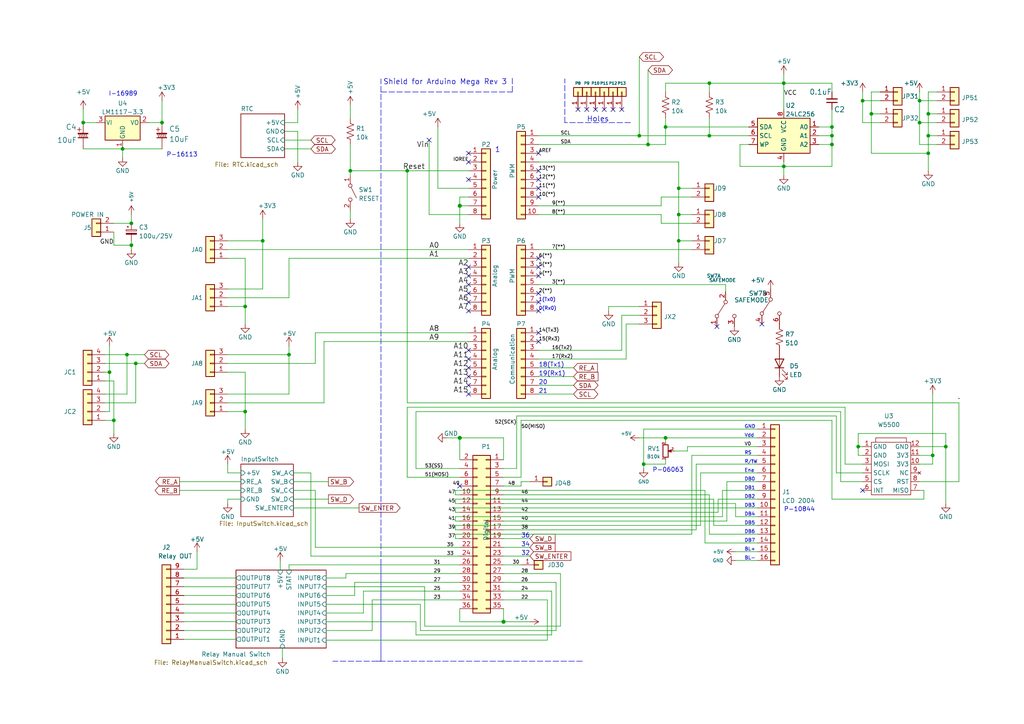
<source format=kicad_sch>
(kicad_sch (version 20230121) (generator eeschema)
  (paper "A4")
  (title_block (title "M304B UECS Controller shield for Arduino MEGA BABY SIZE") (date "2024-02-14") (rev "0.01") (company "AMPSD Kyushu Univ. YS-Lab"))
  (junction (at 270.51 132.08))
  (junction (at 38.1 71.12))
  (junction (at 274.32 129.54))
  (junction (at 269.24 44.45))
  (junction (at 133.35 59.69) (diameter 1.016))
  (junction (at 252.73 33.02))
  (junction (at 24.13 35.56))
  (junction (at 146.05 180.34) (diameter 1.016))
  (junction (at 248.92 129.54))
  (junction (at 269.24 39.37))
  (junction (at 118.11 49.53))
  (junction (at 193.04 36.83))
  (junction (at 39.37 105.41))
  (junction (at 83.82 102.87))
  (junction (at 266.7 35.56))
  (junction (at 35.56 43.18))
  (junction (at 227.33 48.26))
  (junction (at 186.69 134.62))
  (junction (at 33.02 121.92))
  (junction (at 101.6 49.53))
  (junction (at 46.99 35.56))
  (junction (at 241.3 39.37))
  (junction (at 205.74 24.13))
  (junction (at 38.1 64.77))
  (junction (at 31.75 107.95))
  (junction (at 187.96 41.91))
  (junction (at 76.2 69.85))
  (junction (at 36.83 102.87))
  (junction (at 266.7 29.21))
  (junction (at 250.19 29.21))
  (junction (at 185.42 39.37))
  (junction (at 71.12 88.9))
  (junction (at 71.12 119.38))
  (junction (at 196.85 54.61))
  (junction (at 133.35 127) (diameter 1.016))
  (junction (at 227.33 24.13))
  (junction (at 241.3 41.91))
  (junction (at 241.3 36.83))
  (junction (at 196.85 62.23))
  (junction (at 193.04 127))
  (junction (at 269.24 33.02))
  (junction (at 196.85 69.85))
  (junction (at 205.74 39.37))
  (no_connect (at 156.21 85.09))
  (no_connect (at 156.21 99.06))
  (no_connect (at 135.89 87.63))
  (no_connect (at 156.21 74.93))
  (no_connect (at 156.21 96.52))
  (no_connect (at 133.35 140.97))
  (no_connect (at 135.89 106.68))
  (no_connect (at 220.98 93.98))
  (no_connect (at 135.89 111.76))
  (no_connect (at 167.64 31.75))
  (no_connect (at 135.89 85.09))
  (no_connect (at 135.89 52.07))
  (no_connect (at 207.9204 94.7223))
  (no_connect (at 135.89 109.22))
  (no_connect (at 135.89 82.55))
  (no_connect (at 156.21 52.07))
  (no_connect (at 170.18 31.75))
  (no_connect (at 180.34 31.75))
  (no_connect (at 156.21 49.53))
  (no_connect (at 156.21 44.45))
  (no_connect (at 175.26 31.75))
  (no_connect (at 124.46 40.64))
  (no_connect (at 250.19 142.24))
  (no_connect (at 135.89 101.6))
  (no_connect (at 177.8 31.75))
  (no_connect (at 135.89 80.01))
  (no_connect (at 156.21 80.01))
  (no_connect (at 135.89 44.45))
  (no_connect (at 156.21 90.17))
  (no_connect (at 156.21 87.63))
  (no_connect (at 156.21 57.15))
  (no_connect (at 135.89 46.99))
  (no_connect (at 135.89 114.3))
  (no_connect (at 135.89 77.47))
  (no_connect (at 156.21 77.47))
  (no_connect (at 172.72 31.75))
  (no_connect (at 156.21 54.61))
  (no_connect (at 135.89 90.17))
  (no_connect (at 135.89 104.14))
  (wire (pts (xy 57.15 165.1) (xy 53.34 165.1)))
  (wire (pts (xy 205.74 39.37) (xy 217.17 39.37)))
  (wire (pts (xy 213.36 162.56) (xy 219.71 162.56)))
  (wire (pts (xy 267.97 142.24) (xy 266.7 142.24)))
  (wire (pts (xy 196.85 54.61) (xy 200.66 54.61)))
  (wire (pts (xy 68.453 182.8832) (xy 53.34 182.8832)))
  (wire (pts (xy 151.13 138.43) (xy 146.05 138.43)))
  (wire (pts (xy 241.3 24.13) (xy 241.3 26.67)))
  (wire (pts (xy 132.08 147.32) (xy 219.71 147.32)))
  (wire (pts (xy 219.71 127) (xy 193.04 127)))
  (wire (pts (xy 176.53 88.9) (xy 176.53 90.17)))
  (wire (pts (xy 133.35 161.29) (xy 90.17 161.29)))
  (wire (pts (xy 187.96 20.32) (xy 187.96 41.91)))
  (wire (pts (xy 146.05 151.13) (xy 210.82 151.13)))
  (wire (pts (xy 30.48 102.87) (xy 36.83 102.87)))
  (wire (pts (xy 149.86 120.65) (xy 149.86 135.89)))
  (wire (pts (xy 33.02 64.77) (xy 38.1 64.77)))
  (wire (pts (xy 66.04 102.87) (xy 83.82 102.87)))
  (wire (pts (xy 146.05 180.34) (xy 133.35 180.34)))
  (wire (pts (xy 133.35 151.13) (xy 132.08 151.13)))
  (wire (pts (xy 248.92 129.54) (xy 248.92 125.73)))
  (wire (pts (xy 38.1 62.23) (xy 38.1 64.77)))
  (wire (pts (xy 270.51 114.3) (xy 270.51 132.08)))
  (wire (pts (xy 193.04 26.67) (xy 193.04 24.13)))
  (wire (pts (xy 269.24 44.45) (xy 252.73 44.45)))
  (wire (pts (xy 146.05 133.35) (xy 146.05 127)))
  (wire (pts (xy 120.65 180.34) (xy 94.615 180.34)))
  (wire (pts (xy 30.48 116.84) (xy 39.37 116.84)))
  (wire (pts (xy 94.615 177.8) (xy 105.41 177.8)))
  (wire (pts (xy 81.28 165.354) (xy 81.28 162.7632)))
  (wire (pts (xy 133.35 57.15) (xy 133.35 59.69)))
  (wire (pts (xy 241.3 31.75) (xy 241.3 36.83)))
  (wire (pts (xy 203.2 152.4) (xy 203.2 137.16)))
  (wire (pts (xy 101.6 41.91) (xy 101.6 49.53)))
  (wire (pts (xy 151.13 121.92) (xy 151.13 138.43)))
  (wire (pts (xy 180.34 91.44) (xy 185.42 91.44)))
  (wire (pts (xy 53.467 180.3017) (xy 53.34 180.34)))
  (wire (pts (xy 53.34 182.8832) (xy 53.34 182.88)))
  (wire (pts (xy 132.08 144.78) (xy 207.01 144.78)))
  (wire (pts (xy 132.08 146.05) (xy 132.08 144.78)))
  (wire (pts (xy 53.34 175.26) (xy 68.453 175.26)))
  (wire (pts (xy 266.7 41.91) (xy 271.78 41.91)))
  (wire (pts (xy 193.04 133.35) (xy 193.04 134.62)))
  (wire (pts (xy 86.36 31.75) (xy 86.36 35.56)))
  (wire (pts (xy 151.13 121.92) (xy 241.3 121.92)))
  (wire (pts (xy 193.04 24.13) (xy 205.74 24.13)))
  (wire (pts (xy 213.36 160.02) (xy 219.71 160.02)))
  (wire (pts (xy 227.33 21.59) (xy 227.33 24.13)))
  (wire (pts (xy 133.35 59.69) (xy 133.35 64.77)))
  (polyline (pts (xy 110.49 163.83) (xy 110.49 191.77)))
  (wire (pts (xy 161.29 182.88) (xy 161.29 168.91)))
  (wire (pts (xy 53.34 185.42) (xy 68.453 185.42)))
  (wire (pts (xy 71.12 119.38) (xy 71.12 124.46)))
  (wire (pts (xy 38.1 71.12) (xy 38.1 69.85)))
  (wire (pts (xy 90.17 137.16) (xy 85.09 137.16)))
  (wire (pts (xy 205.74 143.51) (xy 205.74 154.94)))
  (wire (pts (xy 252.73 33.02) (xy 252.73 26.67)))
  (polyline (pts (xy 182.88 35.56) (xy 163.83 35.56)) (stroke (width 0) (type dash)))
  (wire (pts (xy 127 54.61) (xy 135.89 54.61)))
  (wire (pts (xy 90.17 137.16) (xy 90.17 161.29)))
  (wire (pts (xy 156.21 46.99) (xy 196.85 46.99)))
  (wire (pts (xy 156.21 106.68) (xy 166.37 106.68)))
  (wire (pts (xy 81.915 187.96) (xy 81.915 190.9572)))
  (wire (pts (xy 213.36 149.86) (xy 219.71 149.86)))
  (wire (pts (xy 127 36.83) (xy 127 54.61)))
  (wire (pts (xy 146.05 153.67) (xy 201.93 153.67)))
  (wire (pts (xy 133.35 173.99) (xy 107.95 173.99)))
  (wire (pts (xy 193.04 127) (xy 193.04 128.27)))
  (wire (pts (xy 242.57 120.65) (xy 242.57 137.16)))
  (polyline (pts (xy 163.83 35.56) (xy 163.83 22.86)) (stroke (width 0) (type dash)))
  (wire (pts (xy 205.74 24.13) (xy 227.33 24.13)))
  (wire (pts (xy 146.05 171.45) (xy 160.02 171.45)))
  (wire (pts (xy 186.69 134.62) (xy 186.69 135.89)))
  (wire (pts (xy 133.35 143.51) (xy 132.08 143.51)))
  (wire (pts (xy 66.04 144.78) (xy 66.04 146.05)))
  (wire (pts (xy 278.13 116.84) (xy 118.11 116.84)))
  (wire (pts (xy 38.1 71.12) (xy 38.1 72.39)))
  (wire (pts (xy 227.33 48.26) (xy 241.3 48.26)))
  (wire (pts (xy 210.4604 82.55) (xy 210.4604 84.5623)))
  (wire (pts (xy 66.04 83.82) (xy 76.2 83.82)))
  (wire (pts (xy 83.82 102.87) (xy 83.82 114.3)))
  (wire (pts (xy 53.34 167.64) (xy 68.453 167.64)))
  (wire (pts (xy 196.85 54.61) (xy 196.85 46.99)))
  (wire (pts (xy 252.73 26.67) (xy 255.27 26.67)))
  (wire (pts (xy 66.04 72.39) (xy 135.89 72.39)))
  (wire (pts (xy 132.08 153.67) (xy 132.08 152.4)))
  (wire (pts (xy 217.17 36.83) (xy 193.04 36.83)))
  (wire (pts (xy 121.92 175.26) (xy 121.92 182.88)))
  (wire (pts (xy 120.65 119.38) (xy 243.84 119.38)))
  (wire (pts (xy 118.11 138.43) (xy 133.35 138.43)))
  (wire (pts (xy 205.74 154.94) (xy 219.71 154.94)))
  (wire (pts (xy 241.3 144.78) (xy 267.97 144.78)))
  (wire (pts (xy 46.99 29.21) (xy 46.99 35.56)))
  (wire (pts (xy 132.08 152.4) (xy 203.2 152.4)))
  (wire (pts (xy 200.66 154.94) (xy 200.66 132.08)))
  (wire (pts (xy 133.35 171.45) (xy 105.41 171.45)))
  (wire (pts (xy 214.63 41.91) (xy 214.63 48.26)))
  (wire (pts (xy 227.33 24.13) (xy 241.3 24.13)))
  (wire (pts (xy 83.82 86.36) (xy 83.82 74.93)))
  (wire (pts (xy 146.05 140.97) (xy 151.13 140.97)))
  (wire (pts (xy 30.48 107.95) (xy 31.75 107.95)))
  (wire (pts (xy 278.13 139.7) (xy 278.13 116.84)))
  (wire (pts (xy 250.19 29.21) (xy 255.27 29.21)))
  (wire (pts (xy 118.11 49.53) (xy 135.89 49.53)))
  (wire (pts (xy 33.02 67.31) (xy 33.02 71.12)))
  (wire (pts (xy 156.21 39.37) (xy 185.42 39.37)))
  (wire (pts (xy 191.77 57.15) (xy 200.66 57.15)))
  (wire (pts (xy 199.39 130.81) (xy 199.39 129.54)))
  (wire (pts (xy 266.7 134.62) (xy 270.51 134.62)))
  (wire (pts (xy 227.33 24.13) (xy 227.33 31.75)))
  (wire (pts (xy 91.44 142.24) (xy 91.44 158.75)))
  (polyline (pts (xy 110.49 191.77) (xy 109.22 191.77)))
  (wire (pts (xy 267.97 144.78) (xy 267.97 142.24)))
  (wire (pts (xy 266.7 139.7) (xy 278.13 139.7)))
  (wire (pts (xy 76.2 69.85) (xy 76.2 83.82)))
  (wire (pts (xy 266.7 29.21) (xy 266.7 35.56)))
  (wire (pts (xy 146.05 127) (xy 133.35 127)))
  (wire (pts (xy 85.09 147.32) (xy 104.14 147.32)))
  (wire (pts (xy 66.04 116.84) (xy 93.98 116.84)))
  (wire (pts (xy 153.67 156.21) (xy 146.05 156.21)))
  (wire (pts (xy 271.78 33.02) (xy 269.24 33.02)))
  (wire (pts (xy 133.35 133.35) (xy 133.35 127)))
  (wire (pts (xy 132.08 156.21) (xy 132.08 154.94)))
  (wire (pts (xy 250.19 35.56) (xy 255.27 35.56)))
  (wire (pts (xy 201.93 134.62) (xy 219.71 134.62)))
  (wire (pts (xy 102.87 172.72) (xy 102.87 168.91)))
  (wire (pts (xy 81.915 190.9572) (xy 81.9404 190.9572)))
  (wire (pts (xy 94.615 170.18) (xy 123.19 170.18)))
  (wire (pts (xy 270.51 132.08) (xy 266.7 132.08)))
  (wire (pts (xy 274.32 125.73) (xy 274.32 129.54)))
  (wire (pts (xy 101.6 49.53) (xy 101.6 50.8)))
  (wire (pts (xy 252.73 33.02) (xy 255.27 33.02)))
  (wire (pts (xy 187.96 41.91) (xy 193.04 41.91)))
  (wire (pts (xy 66.04 119.38) (xy 71.12 119.38)))
  (wire (pts (xy 52.07 142.24) (xy 69.85 142.24)))
  (wire (pts (xy 94.615 167.64) (xy 100.33 167.64)))
  (wire (pts (xy 269.24 33.02) (xy 269.24 39.37)))
  (wire (pts (xy 217.17 41.91) (xy 214.63 41.91)))
  (wire (pts (xy 66.04 107.95) (xy 71.12 107.95)))
  (wire (pts (xy 66.04 105.41) (xy 91.44 105.41)))
  (wire (pts (xy 35.56 43.18) (xy 35.56 45.72)))
  (wire (pts (xy 191.77 64.77) (xy 200.66 64.77)))
  (wire (pts (xy 107.95 182.88) (xy 94.615 182.88)))
  (wire (pts (xy 66.04 134.62) (xy 66.04 137.16)))
  (wire (pts (xy 66.04 137.16) (xy 69.85 137.16)))
  (wire (pts (xy 237.49 39.37) (xy 241.3 39.37)))
  (wire (pts (xy 83.82 74.93) (xy 135.89 74.93)))
  (wire (pts (xy 82.55 43.18) (xy 90.17 43.18)))
  (wire (pts (xy 24.13 43.18) (xy 35.56 43.18)))
  (polyline (pts (xy 110.49 26.67) (xy 148.59 26.67)) (stroke (width 0) (type dash)))
  (wire (pts (xy 132.08 148.59) (xy 132.08 147.32)))
  (wire (pts (xy 266.7 35.56) (xy 266.7 41.91)))
  (wire (pts (xy 241.3 144.78) (xy 241.3 121.92)))
  (wire (pts (xy 91.44 142.24) (xy 85.09 142.24)))
  (wire (pts (xy 186.69 124.46) (xy 186.69 134.62)))
  (wire (pts (xy 181.61 93.98) (xy 185.42 93.98)))
  (wire (pts (xy 83.82 163.83) (xy 133.35 163.83)))
  (wire (pts (xy 156.21 111.76) (xy 166.37 111.76)))
  (wire (pts (xy 243.84 139.7) (xy 250.19 139.7)))
  (wire (pts (xy 121.92 182.88) (xy 161.29 182.88)))
  (wire (pts (xy 191.77 57.15) (xy 191.77 59.69)))
  (wire (pts (xy 160.02 184.15) (xy 120.65 184.15)))
  (wire (pts (xy 195.58 130.81) (xy 199.39 130.81)))
  (wire (pts (xy 85.09 139.7) (xy 95.25 139.7)))
  (wire (pts (xy 120.65 135.89) (xy 133.35 135.89)))
  (wire (pts (xy 269.24 39.37) (xy 269.24 44.45)))
  (wire (pts (xy 201.93 153.67) (xy 201.93 134.62)))
  (wire (pts (xy 274.32 129.54) (xy 266.7 129.54)))
  (wire (pts (xy 207.01 152.4) (xy 219.71 152.4)))
  (polyline (pts (xy 110.49 163.83) (xy 110.49 22.86)) (stroke (width 0) (type dash)))
  (wire (pts (xy 52.07 139.7) (xy 69.85 139.7)))
  (wire (pts (xy 153.67 180.34) (xy 146.05 180.34)))
  (wire (pts (xy 146.05 146.05) (xy 213.36 146.05)))
  (wire (pts (xy 146.05 135.89) (xy 149.86 135.89)))
  (wire (pts (xy 196.85 69.85) (xy 200.66 69.85)))
  (wire (pts (xy 31.75 100.33) (xy 31.75 107.95)))
  (wire (pts (xy 250.19 26.67) (xy 250.19 29.21)))
  (wire (pts (xy 156.21 72.39) (xy 200.66 72.39)))
  (wire (pts (xy 53.467 180.3017) (xy 68.453 180.3017)))
  (wire (pts (xy 209.55 142.24) (xy 219.71 142.24)))
  (wire (pts (xy 35.56 43.18) (xy 46.99 43.18)))
  (wire (pts (xy 30.48 110.49) (xy 33.02 110.49)))
  (wire (pts (xy 39.37 105.41) (xy 39.37 116.84)))
  (wire (pts (xy 156.21 82.55) (xy 210.4604 82.55)))
  (wire (pts (xy 24.13 31.75) (xy 24.13 35.56)))
  (wire (pts (xy 156.21 41.91) (xy 187.96 41.91)))
  (wire (pts (xy 31.75 107.95) (xy 31.75 119.38)))
  (wire (pts (xy 227.33 46.99) (xy 227.33 48.26)))
  (wire (pts (xy 24.13 35.56) (xy 27.94 35.56)))
  (wire (pts (xy 204.47 142.24) (xy 204.47 157.48)))
  (wire (pts (xy 162.56 181.61) (xy 123.19 181.61)))
  (wire (pts (xy 269.24 26.67) (xy 269.24 33.02)))
  (wire (pts (xy 82.55 35.56) (xy 86.36 35.56)))
  (wire (pts (xy 146.05 143.51) (xy 205.74 143.51)))
  (wire (pts (xy 196.85 54.61) (xy 196.85 62.23)))
  (wire (pts (xy 241.3 39.37) (xy 241.3 36.83)))
  (wire (pts (xy 120.65 184.15) (xy 120.65 180.34)))
  (wire (pts (xy 33.02 71.12) (xy 38.1 71.12)))
  (wire (pts (xy 83.82 114.3) (xy 66.04 114.3)))
  (wire (pts (xy 266.7 29.21) (xy 271.78 29.21)))
  (wire (pts (xy 118.11 49.53) (xy 118.11 116.84)))
  (wire (pts (xy 156.21 59.69) (xy 191.77 59.69)))
  (wire (pts (xy 146.05 180.34) (xy 146.05 176.53)))
  (wire (pts (xy 135.89 59.69) (xy 133.35 59.69)))
  (wire (pts (xy 205.74 24.13) (xy 205.74 26.67)))
  (wire (pts (xy 200.66 132.08) (xy 219.71 132.08)))
  (wire (pts (xy 156.21 109.22) (xy 166.37 109.22)))
  (wire (pts (xy 43.18 35.56) (xy 46.99 35.56)))
  (wire (pts (xy 53.34 170.18) (xy 68.453 170.18)))
  (wire (pts (xy 91.44 158.75) (xy 133.35 158.75)))
  (wire (pts (xy 33.02 121.92) (xy 33.02 125.73)))
  (wire (pts (xy 102.87 168.91) (xy 133.35 168.91)))
  (wire (pts (xy 250.19 132.08) (xy 248.92 132.08)))
  (wire (pts (xy 160.02 184.15) (xy 160.02 171.45)))
  (wire (pts (xy 101.6 49.53) (xy 118.11 49.53)))
  (wire (pts (xy 146.05 163.83) (xy 151.13 163.83)))
  (wire (pts (xy 71.12 74.93) (xy 66.04 74.93)))
  (wire (pts (xy 30.48 114.3) (xy 36.83 114.3)))
  (wire (pts (xy 132.08 154.94) (xy 200.66 154.94)))
  (wire (pts (xy 135.89 62.23) (xy 124.46 62.23)))
  (wire (pts (xy 242.57 137.16) (xy 250.19 137.16)))
  (wire (pts (xy 191.77 62.23) (xy 191.77 64.77)))
  (wire (pts (xy 151.13 139.7) (xy 153.67 139.7)))
  (wire (pts (xy 94.615 172.72) (xy 102.87 172.72)))
  (wire (pts (xy 158.75 185.674) (xy 94.615 185.674)))
  (wire (pts (xy 118.11 138.43) (xy 118.11 118.11)))
  (wire (pts (xy 83.82 163.83) (xy 83.82 165.354)))
  (wire (pts (xy 271.78 26.67) (xy 269.24 26.67)))
  (wire (pts (xy 53.34 177.8) (xy 68.453 177.8)))
  (wire (pts (xy 196.85 62.23) (xy 196.85 69.85)))
  (wire (pts (xy 185.42 39.37) (xy 205.74 39.37)))
  (wire (pts (xy 132.08 149.86) (xy 209.55 149.86)))
  (wire (pts (xy 105.41 171.45) (xy 105.41 177.8)))
  (wire (pts (xy 266.7 26.67) (xy 266.7 29.21)))
  (wire (pts (xy 100.33 167.64) (xy 100.33 166.37)))
  (wire (pts (xy 146.05 173.99) (xy 158.75 173.99)))
  (wire (pts (xy 36.83 102.87) (xy 36.83 114.3)))
  (wire (pts (xy 274.32 146.05) (xy 274.32 129.54)))
  (wire (pts (xy 193.04 127) (xy 185.42 127)))
  (wire (pts (xy 132.08 151.13) (xy 132.08 149.86)))
  (wire (pts (xy 181.61 104.14) (xy 181.61 93.98)))
  (wire (pts (xy 146.05 168.91) (xy 161.29 168.91)))
  (wire (pts (xy 185.42 16.51) (xy 185.42 39.37)))
  (wire (pts (xy 133.35 153.67) (xy 132.08 153.67)))
  (wire (pts (xy 156.21 104.14) (xy 181.61 104.14)))
  (wire (pts (xy 57.15 160.02) (xy 57.15 165.1)))
  (wire (pts (xy 93.98 99.06) (xy 135.89 99.06)))
  (wire (pts (xy 158.75 173.99) (xy 158.75 185.674)))
  (wire (pts (xy 41.91 102.87) (xy 36.83 102.87)))
  (wire (pts (xy 135.89 57.15) (xy 133.35 57.15)))
  (wire (pts (xy 156.21 114.3) (xy 166.37 114.3)))
  (wire (pts (xy 237.49 41.91) (xy 241.3 41.91)))
  (wire (pts (xy 133.35 146.05) (xy 132.08 146.05)))
  (wire (pts (xy 208.28 144.78) (xy 219.71 144.78)))
  (wire (pts (xy 227.33 48.26) (xy 227.33 50.8)))
  (wire (pts (xy 71.12 74.93) (xy 71.12 88.9)))
  (wire (pts (xy 123.19 181.61) (xy 123.19 170.18)))
  (wire (pts (xy 156.21 62.23) (xy 191.77 62.23)))
  (wire (pts (xy 146.05 148.59) (xy 208.28 148.59)))
  (polyline (pts (xy 148.59 26.67) (xy 148.59 22.225)) (stroke (width 0) (type dash)))
  (wire (pts (xy 245.11 118.11) (xy 245.11 134.62)))
  (wire (pts (xy 71.12 88.9) (xy 71.12 93.98)))
  (wire (pts (xy 132.08 142.24) (xy 204.47 142.24)))
  (wire (pts (xy 76.2 63.5) (xy 76.2 69.85)))
  (wire (pts (xy 241.3 36.83) (xy 237.49 36.83)))
  (wire (pts (xy 214.63 48.26) (xy 227.33 48.26)))
  (wire (pts (xy 156.21 101.6) (xy 180.34 101.6)))
  (wire (pts (xy 252.73 33.02) (xy 252.73 44.45)))
  (wire (pts (xy 250.19 29.21) (xy 250.19 35.56)))
  (wire (pts (xy 101.6 30.48) (xy 101.6 34.29)))
  (wire (pts (xy 210.82 151.13) (xy 210.82 139.7)))
  (wire (pts (xy 133.35 148.59) (xy 132.08 148.59)))
  (wire (pts (xy 250.19 129.54) (xy 248.92 129.54)))
  (wire (pts (xy 118.11 118.11) (xy 245.11 118.11)))
  (wire (pts (xy 213.36 146.05) (xy 213.36 149.86)))
  (wire (pts (xy 69.85 144.78) (xy 66.04 144.78)))
  (wire (pts (xy 30.48 119.38) (xy 31.75 119.38)))
  (wire (pts (xy 133.35 180.34) (xy 133.35 176.53)))
  (wire (pts (xy 245.11 134.62) (xy 250.19 134.62)))
  (wire (pts (xy 270.51 132.08) (xy 270.51 134.62)))
  (wire (pts (xy 41.91 105.41) (xy 39.37 105.41)))
  (wire (pts (xy 207.01 144.78) (xy 207.01 152.4)))
  (wire (pts (xy 82.55 40.64) (xy 90.17 40.64)))
  (wire (pts (xy 241.3 41.91) (xy 241.3 39.37)))
  (wire (pts (xy 248.92 129.54) (xy 248.92 132.08)))
  (wire (pts (xy 146.05 158.75) (xy 153.67 158.75)))
  (wire (pts (xy 83.82 100.33) (xy 83.82 102.87)))
  (wire (pts (xy 149.86 120.65) (xy 242.57 120.65)))
  (wire (pts (xy 66.04 88.9) (xy 71.12 88.9)))
  (wire (pts (xy 269.24 39.37) (xy 271.78 39.37)))
  (wire (pts (xy 243.84 119.38) (xy 243.84 139.7)))
  (wire (pts (xy 91.44 96.52) (xy 135.89 96.52)))
  (wire (pts (xy 266.7 35.56) (xy 271.78 35.56)))
  (wire (pts (xy 66.04 69.85) (xy 76.2 69.85)))
  (wire (pts (xy 185.42 88.9) (xy 176.53 88.9)))
  (wire (pts (xy 71.12 107.95) (xy 71.12 119.38)))
  (wire (pts (xy 146.05 161.29) (xy 153.67 161.29)))
  (wire (pts (xy 209.55 149.86) (xy 209.55 142.24)))
  (wire (pts (xy 101.6 60.96) (xy 101.6 63.5)))
  (wire (pts (xy 193.04 34.29) (xy 193.04 36.83)))
  (wire (pts (xy 53.34 172.72) (xy 68.453 172.72)))
  (wire (pts (xy 132.08 143.51) (xy 132.08 142.24)))
  (wire (pts (xy 219.71 124.46) (xy 186.69 124.46)))
  (wire (pts (xy 199.39 129.54) (xy 219.71 129.54)))
  (wire (pts (xy 186.69 134.62) (xy 193.04 134.62)))
  (wire (pts (xy 269.24 44.45) (xy 269.24 49.53)))
  (wire (pts (xy 66.04 86.36) (xy 83.82 86.36)))
  (wire (pts (xy 162.56 166.37) (xy 162.56 181.61)))
  (wire (pts (xy 210.82 139.7) (xy 219.71 139.7)))
  (wire (pts (xy 91.44 105.41) (xy 91.44 96.52)))
  (wire (pts (xy 208.28 148.59) (xy 208.28 144.78)))
  (wire (pts (xy 33.02 110.49) (xy 33.02 121.92)))
  (wire (pts (xy 100.33 166.37) (xy 133.35 166.37)))
  (wire (pts (xy 203.2 137.16) (xy 219.71 137.16)))
  (wire (pts (xy 248.92 125.73) (xy 274.32 125.73)))
  (wire (pts (xy 241.3 48.26) (xy 241.3 41.91)))
  (wire (pts (xy 193.04 36.83) (xy 193.04 41.91)))
  (wire (pts (xy 30.48 121.92) (xy 33.02 121.92)))
  (wire (pts (xy 107.95 173.99) (xy 107.95 182.88)))
  (wire (pts (xy 30.48 105.41) (xy 39.37 105.41)))
  (wire (pts (xy 204.47 157.48) (xy 219.71 157.48)))
  (wire (pts (xy 196.85 62.23) (xy 200.66 62.23)))
  (wire (pts (xy 93.98 99.06) (xy 93.98 116.84)))
  (wire (pts (xy 151.13 140.97) (xy 151.13 139.7)))
  (wire (pts (xy 133.35 156.21) (xy 132.08 156.21)))
  (wire (pts (xy 146.05 166.37) (xy 162.56 166.37)))
  (wire (pts (xy 124.46 62.23) (xy 124.46 40.64)))
  (wire (pts (xy 133.35 127) (xy 129.54 127)))
  (wire (pts (xy 205.74 34.29) (xy 205.74 39.37)))
  (wire (pts (xy 82.55 38.1) (xy 86.36 38.1)))
  (wire (pts (xy 120.65 119.38) (xy 120.65 135.89)))
  (polyline (pts (xy 168.91 191.77) (xy 96.52 191.77)) (stroke (width 0) (type dash)))
  (wire (pts (xy 85.09 144.78) (xy 95.25 144.78)))
  (wire (pts (xy 196.85 76.2) (xy 196.85 69.85)))
  (wire (pts (xy 94.615 175.26) (xy 121.92 175.26)))
  (wire (pts (xy 180.34 101.6) (xy 180.34 91.44)))
  (wire (pts (xy 86.36 38.1) (xy 86.36 46.99)))
  (text "20" (at 156.21 111.76 0) (effects (font (size 1.27 1.27)) (justify left bottom)))
  (text "DB5" (at 215.9 152.4 0) (effects (font (size 1 1)) (justify left bottom)))
  (text "P-16113" (at 48.26 45.72 0) (effects (font (size 1.27 1.27)) (justify left bottom)))
  (text "P-10844" (at 227.33 148.59 0) (effects (font (size 1.27 1.27)) (justify left bottom)))
  (text "18(Tx1)" (at 156.21 106.68 0) (effects (font (size 1.27 1.27)) (justify left bottom)))
  (text "DB4" (at 215.9 149.86 0) (effects (font (size 1 1)) (justify left bottom)))
  (text "RS" (at 215.9 132.08 0) (effects (font (size 1 1)) (justify left bottom)))
  (text "21" (at 156.21 114.3 0) (effects (font (size 1.27 1.27)) (justify left bottom)))
  (text "Ena" (at 215.9 137.16 0) (effects (font (size 1 1)) (justify left bottom)))
  (text "DB6" (at 215.9 154.94 0) (effects (font (size 1 1)) (justify left bottom)))
  (text "0(Rx0)" (at 156.21 90.17 0) (effects (font (size 1 1)) (justify left bottom)))
  (text "36" (at 151.13 156.21 0) (effects (font (size 1.27 1.27)) (justify left bottom)))
  (text "I-16989" (at 31.4939 28.0522 0) (effects (font (size 1.27 1.27)) (justify left bottom)))
  (text "DB3" (at 215.9 147.32 0) (effects (font (size 1 1)) (justify left bottom)))
  (text "Vdd" (at 215.9 127 0) (effects (font (size 1 1)) (justify left bottom)))
  (text "34" (at 151.13 158.75 0) (effects (font (size 1.27 1.27)) (justify left bottom)))
  (text "DB0" (at 215.9 139.7 0) (effects (font (size 1 1)) (justify left bottom)))
  (text "R/!W" (at 215.9 134.62 0) (effects (font (size 1 1)) (justify left bottom)))
  (text "P-06063" (at 189.23 137.16 0) (effects (font (size 1.27 1.27)) (justify left bottom)))
  (text "DB1" (at 215.9 142.24 0) (effects (font (size 1 1)) (justify left bottom)))
  (text "1" (at 143.51 44.45 0) (effects (font (size 1.524 1.524)) (justify left bottom)))
  (text "19(Rx1)" (at 156.21 109.22 0) (effects (font (size 1.27 1.27)) (justify left bottom)))
  (text "GND" (at 215.9 124.46 0) (effects (font (size 1 1)) (justify left bottom)))
  (text "1(Tx0)" (at 156.21 87.63 0) (effects (font (size 1 1)) (justify left bottom)))
  (text "Holes" (at 170.18 35.56 0) (effects (font (size 1.524 1.524)) (justify left bottom)))
  (text "BL+" (at 215.9 160.02 0) (effects (font (size 1 1)) (justify left bottom)))
  (text "DB2" (at 215.9 144.78 0) (effects (font (size 1 1)) (justify left bottom)))
  (text "DB7" (at 215.9 157.48 0) (effects (font (size 1 1)) (justify left bottom)))
  (text "BL-" (at 215.9 162.56 0) (effects (font (size 1 1)) (justify left bottom)))
  (text "32" (at 151.13 161.29 0) (effects (font (size 1.27 1.27)) (justify left bottom)))
  (text "Shield for Arduino Mega Rev 3" (at 111.125 24.765 0) (effects (font (size 1.524 1.524)) (justify left bottom)))
  (label "17(Rx2)" (at 160.02 104.14 0) (effects (font (size 1 1))))
  (label "SDA" (at 162.56 41.91 0) (effects (font (size 1 1))))
  (label "A14" (at 135.89 111.76 180) (effects (font (size 1.524 1.524))))
  (label "51(MOSI)" (at 123.19 138.43 0) (effects (font (size 1 1))))
  (label "41" (at 132.08 151.13 180) (effects (font (size 1 1))))
  (label "43" (at 132.08 148.59 180) (effects (font (size 1 1))))
  (label "A3" (at 135.89 80.01 180) (effects (font (size 1.524 1.524))))
  (label "45" (at 132.08 146.05 180) (effects (font (size 1 1))))
  (label "9(**)" (at 160.02 59.69 0) (effects (font (size 1 1))))
  (label "GND" (at 33.02 71.12 180))
  (label "SCL" (at 162.56 39.37 0) (effects (font (size 1 1))))
  (label "A8" (at 124.46 96.52 0) (effects (font (size 1.524 1.524))))
  (label "14(Tx3)" (at 156.21 96.52 0) (effects (font (size 1 1))))
  (label "27" (at 125.73 168.91 0) (effects (font (size 1 1))))
  (label "12(**)" (at 156.21 52.07 0) (effects (font (size 1 1))))
  (label "A5" (at 135.89 85.09 180) (effects (font (size 1.524 1.524))))
  (label "IOREF" (at 135.89 46.99 180) (effects (font (size 1 1))))
  (label "3(**)" (at 160.02 82.55 0) (effects (font (size 1 1))))
  (label "Reset" (at 116.84 49.53 0) (effects (font (size 1.524 1.524))))
  (label "A0" (at 124.46 72.39 0) (effects (font (size 1.524 1.524))))
  (label "A1" (at 124.46 74.93 0) (effects (font (size 1.524 1.524))))
  (label "A11" (at 135.89 104.14 180) (effects (font (size 1.524 1.524))))
  (label "40" (at 151.13 151.13 0) (effects (font (size 1 1))))
  (label "53(SS)" (at 123.19 135.89 0) (effects (font (size 1 1))))
  (label "30" (at 148.59 163.83 0) (effects (font (size 1 1))))
  (label "31" (at 125.73 163.83 0) (effects (font (size 1 1))))
  (label "28" (at 151.13 166.37 0) (effects (font (size 1 1))))
  (label "44" (at 151.13 146.05 0) (effects (font (size 1 1))))
  (label "6(**)" (at 156.21 74.93 0) (effects (font (size 1 1))))
  (label "5(**)" (at 156.21 77.47 0) (effects (font (size 1 1))))
  (label "37" (at 132.08 156.21 180) (effects (font (size 1 1))))
  (label "38" (at 151.13 153.67 0) (effects (font (size 1 1))))
  (label "29" (at 125.73 166.37 0) (effects (font (size 1 1))))
  (label "24" (at 151.13 171.45 0) (effects (font (size 1 1))))
  (label "A9" (at 124.46 99.06 0) (effects (font (size 1.524 1.524))))
  (label "39" (at 132.08 153.67 180) (effects (font (size 1 1))))
  (label "22" (at 151.13 173.99 0) (effects (font (size 1 1))))
  (label "A15" (at 135.89 114.3 180) (effects (font (size 1.524 1.524))))
  (label "A6" (at 135.89 87.63 180) (effects (font (size 1.524 1.524))))
  (label "48" (at 147.32 140.97 0) (effects (font (size 1 1))))
  (label "Vin" (at 124.46 43.18 180) (effects (font (size 1.524 1.524))))
  (label "A7" (at 135.89 90.17 180) (effects (font (size 1.524 1.524))))
  (label "23" (at 125.73 173.99 0) (effects (font (size 1 1))))
  (label "2(**)" (at 156.21 85.09 0) (effects (font (size 1 1))))
  (label "49" (at 133.35 140.97 180) (effects (font (size 1 1))))
  (label "A13" (at 135.89 109.22 180) (effects (font (size 1.524 1.524))))
  (label "A2" (at 135.89 77.47 180) (effects (font (size 1.524 1.524))))
  (label "A12" (at 135.89 106.68 180) (effects (font (size 1.524 1.524))))
  (label "50(MISO)" (at 151.13 124.46 0) (effects (font (size 1 1))))
  (label "52(SCK)" (at 149.86 123.19 180) (effects (font (size 1 1))))
  (label "VCC" (at 227.33 27.94 0))
  (label "26" (at 151.13 168.91 0) (effects (font (size 1 1))))
  (label "47" (at 132.08 143.51 180) (effects (font (size 1 1))))
  (label "A4" (at 135.89 82.55 180) (effects (font (size 1.524 1.524))))
  (label "8(**)" (at 160.02 62.23 0) (effects (font (size 1 1))))
  (label "42" (at 151.13 148.59 0) (effects (font (size 1 1))))
  (label "A10" (at 135.89 101.6 180) (effects (font (size 1.524 1.524))))
  (label "7(**)" (at 160.02 72.39 0) (effects (font (size 1 1))))
  (label "16(Tx2)" (at 160.02 101.6 0) (effects (font (size 1 1))))
  (label "46" (at 151.13 143.51 0) (effects (font (size 1 1))))
  (label "11(**)" (at 156.21 54.61 0) (effects (font (size 1 1))))
  (label "4(**)" (at 156.21 80.01 0) (effects (font (size 1 1))))
  (label "V0" (at 215.9 129.54 0) (effects (font (size 1 1))))
  (label "13(**)" (at 156.21 49.53 0) (effects (font (size 1 1))))
  (label "15(Rx3)" (at 156.21 99.06 0) (effects (font (size 1 1))))
  (label "10(**)" (at 156.21 57.15 0) (effects (font (size 1 1))))
  (label "33" (at 129.54 161.29 0) (effects (font (size 1 1))))
  (label "35" (at 129.54 158.75 0) (effects (font (size 1 1))))
  (label "25" (at 125.73 171.45 0) (effects (font (size 1 1))))
  (label "AREF" (at 156.21 44.45 0) (effects (font (size 1 1))))
  (global_label "SW_ENTER" (shape input) (at 153.67 161.29 0) (property "Intersheetrefs" "${INTERSHEET_REFS}" (effects hide)))
  (global_label "RE_B" (shape output) (at 52.07 142.24 180) (property "Intersheetrefs" "${INTERSHEET_REFS}" (effects hide)))
  (global_label "SDA" (shape bidirectional) (at 187.96 20.32 0) (property "Intersheetrefs" "${INTERSHEET_REFS}" (effects hide)) (property "シート間のリファレンス" "${INTERSHEET_REFS}" (effects hide)))
  (global_label "RE_B" (shape input) (at 166.37 109.22 0) (property "Intersheetrefs" "${INTERSHEET_REFS}" (effects hide)))
  (global_label "SCL" (shape bidirectional) (at 185.42 16.51 0) (property "Intersheetrefs" "${INTERSHEET_REFS}" (effects hide)) (property "シート間のリファレンス" "${INTERSHEET_REFS}" (effects hide)))
  (global_label "SW_D" (shape output) (at 95.25 144.78 0) (property "Intersheetrefs" "${INTERSHEET_REFS}" (effects hide)))
  (global_label "SW_ENTER" (shape output) (at 104.14 147.32 0) (property "Intersheetrefs" "${INTERSHEET_REFS}" (effects hide)))
  (global_label "RE_A" (shape output) (at 52.07 139.7 180) (property "Intersheetrefs" "${INTERSHEET_REFS}" (effects hide)))
  (global_label "SCL" (shape bidirectional) (at 166.37 114.3 0) (property "Intersheetrefs" "${INTERSHEET_REFS}" (effects hide)) (property "シート間のリファレンス" "${INTERSHEET_REFS}" (effects hide)))
  (global_label "SDA" (shape bidirectional) (at 166.37 111.76 0) (property "Intersheetrefs" "${INTERSHEET_REFS}" (effects hide)) (property "シート間のリファレンス" "${INTERSHEET_REFS}" (effects hide)))
  (global_label "SW_B" (shape output) (at 95.25 139.7 0) (property "Intersheetrefs" "${INTERSHEET_REFS}" (effects hide)))
  (global_label "SDA" (shape bidirectional) (at 90.17 43.18 0) (property "Intersheetrefs" "${INTERSHEET_REFS}" (effects hide)) (property "シート間のリファレンス" "${INTERSHEET_REFS}" (effects hide)))
  (global_label "SCL" (shape bidirectional) (at 41.91 102.87 0) (property "Intersheetrefs" "${INTERSHEET_REFS}" (effects hide)) (property "シート間のリファレンス" "${INTERSHEET_REFS}" (effects hide)))
  (global_label "SCL" (shape bidirectional) (at 90.17 40.64 0) (property "Intersheetrefs" "${INTERSHEET_REFS}" (effects hide)) (property "シート間のリファレンス" "${INTERSHEET_REFS}" (effects hide)))
  (global_label "RE_A" (shape input) (at 166.37 106.68 0) (property "Intersheetrefs" "${INTERSHEET_REFS}" (effects hide)))
  (global_label "SDA" (shape bidirectional) (at 41.91 105.41 0) (property "Intersheetrefs" "${INTERSHEET_REFS}" (effects hide)) (property "シート間のリファレンス" "${INTERSHEET_REFS}" (effects hide)))
  (global_label "SW_D" (shape input) (at 153.67 156.21 0) (property "Intersheetrefs" "${INTERSHEET_REFS}" (effects hide)))
  (global_label "SW_B" (shape input) (at 153.67 158.75 0) (property "Intersheetrefs" "${INTERSHEET_REFS}" (effects hide)))
  (symbol (lib_id "Connector_Generic:Conn_01x01") (at 167.64 26.67 90) (unit 1)
    (property "Reference" "P8" (at 167.64 24.13 90) (effects (font (size 0.7874 0.7874))))
    (property "Value" "CONN_01X01" (effects hide))
    (property "Footprint" "Socket_Arduino_Mega:Arduino_1pin" (effects hide))
  )
  (symbol (lib_id "Connector_Generic:Conn_01x01") (at 170.18 26.67 90) (unit 1)
    (property "Reference" "P9" (at 170.18 24.13 90) (effects (font (size 0.7874 0.7874))))
    (property "Value" "CONN_01X01" (effects hide))
    (property "Footprint" "Socket_Arduino_Mega:Arduino_1pin" (effects hide))
  )
  (symbol (lib_id "Connector_Generic:Conn_01x01") (at 172.72 26.67 90) (unit 1)
    (property "Reference" "P10" (at 172.72 24.13 90) (effects (font (size 0.7874 0.7874))))
    (property "Value" "CONN_01X01" (effects hide))
    (property "Footprint" "Socket_Arduino_Mega:Arduino_1pin" (effects hide))
  )
  (symbol (lib_id "Connector_Generic:Conn_01x01") (at 175.26 26.67 90) (unit 1)
    (property "Reference" "P11" (at 175.26 24.13 90) (effects (font (size 0.7874 0.7874))))
    (property "Value" "CONN_01X01" (effects hide))
    (property "Footprint" "Socket_Arduino_Mega:Arduino_1pin" (effects hide))
  )
  (symbol (lib_id "Connector_Generic:Conn_01x01") (at 177.8 26.67 90) (unit 1)
    (property "Reference" "P12" (at 177.8 24.13 90) (effects (font (size 0.7874 0.7874))))
    (property "Value" "CONN_01X01" (effects hide))
    (property "Footprint" "Socket_Arduino_Mega:Arduino_1pin" (effects hide))
  )
  (symbol (lib_id "Connector_Generic:Conn_01x01") (at 180.34 26.67 90) (unit 1)
    (property "Reference" "P13" (at 180.34 24.13 90) (effects (font (size 0.7874 0.7874))))
    (property "Value" "CONN_01X01" (effects hide))
    (property "Footprint" "Socket_Arduino_Mega:Arduino_1pin" (effects hide))
  )
  (symbol (lib_id "Connector_Generic:Conn_01x08") (at 140.97 52.07 0) (unit 1)
    (property "Reference" "P2" (at 140.97 41.91 0))
    (property "Value" "Power" (at 143.51 52.07 90))
    (property "Footprint" "Connector_PinHeader_2.54mm:PinHeader_1x08_P2.54mm_Vertical" (effects hide))
  )
  (symbol (lib_id "power:+5V") (at 127 36.83 0) (unit 1)
    (property "Reference" "#PWR02" (effects hide))
    (property "Value" "+5V" (at 124.46 33.02 0))
  )
  (symbol (lib_id "power:GND") (at 133.35 64.77 0) (unit 1)
    (property "Reference" "#PWR03" (effects hide))
    (property "Value" "GND" (at 133.35 68.58 0))
  )
  (symbol (lib_id "Connector_Generic:Conn_01x10") (at 151.13 49.53 0) (mirror y) (unit 1)
    (property "Reference" "P5" (at 151.13 36.83 0))
    (property "Value" "PWM" (at 148.59 49.53 90))
    (property "Footprint" "Connector_PinHeader_2.54mm:PinHeader_1x10_P2.54mm_Vertical" (effects hide))
  )
  (symbol (lib_id "power:GND") (at 196.85 76.2 0) (unit 1)
    (property "Reference" "#PWR04" (effects hide))
    (property "Value" "GND" (at 196.85 80.01 0))
  )
  (symbol (lib_id "Connector_Generic:Conn_01x08") (at 140.97 80.01 0) (unit 1)
    (property "Reference" "P3" (at 140.97 69.85 0))
    (property "Value" "Analog" (at 143.51 80.01 90))
    (property "Footprint" "Connector_PinHeader_2.54mm:PinHeader_1x08_P2.54mm_Vertical" (effects hide))
  )
  (symbol (lib_id "Connector_Generic:Conn_01x08") (at 151.13 80.01 0) (mirror y) (unit 1)
    (property "Reference" "P6" (at 151.13 69.85 0))
    (property "Value" "PWM" (at 148.59 80.01 90))
    (property "Footprint" "Connector_PinHeader_2.54mm:PinHeader_1x08_P2.54mm_Vertical" (effects hide))
  )
  (symbol (lib_id "Connector_Generic:Conn_01x08") (at 140.97 104.14 0) (unit 1)
    (property "Reference" "P4" (at 140.97 93.98 0))
    (property "Value" "Analog" (at 143.51 104.14 90))
    (property "Footprint" "Connector_PinHeader_2.54mm:PinHeader_1x08_P2.54mm_Vertical" (effects hide))
  )
  (symbol (lib_id "Connector_Generic:Conn_01x08") (at 151.13 104.14 0) (mirror y) (unit 1)
    (property "Reference" "P7" (at 151.13 93.98 0))
    (property "Value" "Communication" (at 148.59 104.14 90))
    (property "Footprint" "Connector_PinHeader_2.54mm:PinHeader_1x08_P2.54mm_Vertical" (effects hide))
  )
  (symbol (lib_id "Connector_Generic:Conn_02x18_Odd_Even") (at 140.97 153.67 0) (mirror y) (unit 1)
    (property "Reference" "P1" (at 140.97 129.54 0))
    (property "Value" "Digital" (at 140.97 153.67 90))
    (property "Footprint" "Connector_PinHeader_2.54mm:PinHeader_2x18_P2.54mm_Vertical" (effects hide))
  )
  (symbol (lib_id "power:GND") (at 129.54 127 270) (unit 1)
    (property "Reference" "#PWR05" (effects hide))
    (property "Value" "GND" (at 130.81 125.73 90))
  )
  (symbol (lib_id "power:+5V") (at 153.67 180.34 270) (unit 1)
    (property "Reference" "#PWR06" (effects hide))
    (property "Value" "+5V" (at 151.13 179.07 90))
  )
  (symbol (lib_id "power:+5V") (at 38.1 62.23 0) (unit 1)
    (property "Reference" "#PWR0136" (effects hide))
    (property "Value" "+5V" (at 38.1 57.15 90) (effects (font (size 1 1))))
  )
  (symbol (lib_id "Device:R_US") (at 101.6 38.1 180) (unit 1)
    (property "Reference" "R1" (at 103.251 37.2653 0) (effects (justify right)))
    (property "Value" "10k" (at 103.251 39.8022 0) (effects (justify right)))
    (property "Footprint" "Resistor_THT:R_Axial_DIN0207_L6.3mm_D2.5mm_P7.62mm_Horizontal" (effects hide))
  )
  (symbol (lib_name "Conn_01x04_1") (lib_id "Connector_Generic:Conn_01x04") (at 25.4 107.95 180) (unit 1)
    (property "Reference" "JC1" (at 20.32 107.95 0))
    (property "Value" "Conn_01x04" (effects hide))
    (property "Footprint" "Connector_JST:JST_XH_B4B-XH-A_1x04_P2.50mm_Vertical" (effects hide))
  )
  (symbol (lib_id "Connector_Generic:Conn_01x02") (at 276.86 33.02 0) (unit 1)
    (property "Reference" "JP52" (at 278.892 34.7238 0) (effects (justify left)))
    (property "Value" "Conn_01x02" (effects hide))
    (property "Footprint" "Connector_JST:JST_XH_B2B-XH-A_1x02_P2.50mm_Vertical" (effects hide))
  )
  (symbol (lib_id "power:+5V") (at 213.36 160.02 90) (unit 1)
    (property "Reference" "#PWR0120" (effects hide))
    (property "Value" "+5V" (at 208.28 160.02 90) (effects (font (size 1 1))))
  )
  (symbol (lib_id "power:GND") (at 71.12 93.98 0) (unit 1)
    (property "Reference" "#PWR0122" (effects hide))
    (property "Value" "GND" (at 71.12 97.79 0))
  )
  (symbol (lib_id "Connector_Generic:Conn_01x02") (at 276.86 39.37 0) (unit 1)
    (property "Reference" "JP53" (at 278.892 41.0738 0) (effects (justify left)))
    (property "Value" "Conn_01x02" (effects hide))
    (property "Footprint" "Connector_JST:JST_XH_B2B-XH-A_1x02_P2.50mm_Vertical" (effects hide))
    (property "Sim.Enable" "0" (effects hide))
  )
  (symbol (lib_id "power:+5V") (at 101.6 30.48 0) (unit 1)
    (property "Reference" "#PWR0102" (effects hide))
    (property "Value" "+5V" (at 101.6 25.4 90))
  )
  (symbol (lib_id "NIC:W5500") (at 257.81 135.89 0) (unit 1)
    (property "Reference" "U3" (at 257.81 120.65 0))
    (property "Value" "W5500" (at 257.81 123.19 0))
    (property "Footprint" "NIC:W5500" (effects hide))
  )
  (symbol (lib_id "power:GND") (at 33.02 125.73 0) (unit 1)
    (property "Reference" "#PWR0125" (effects hide))
    (property "Value" "GND" (at 33.02 129.54 0))
  )
  (symbol (lib_id "power:+5V") (at 223.52 83.82 0) (unit 1)
    (property "Reference" "#PWR07" (effects hide))
    (property "Value" "+5V" (at 219.71 81.28 0))
  )
  (symbol (lib_id "power:+3V3") (at 46.99 29.21 0) (unit 1)
    (property "Reference" "#PWR0163" (effects hide))
    (property "Value" "+3.3V" (at 48.26 25.4 0))
  )
  (symbol (lib_id "Device:R_US") (at 205.74 30.48 0) (unit 1)
    (property "Reference" "R3" (at 207.391 29.6453 0) (effects (justify left)))
    (property "Value" "10k" (at 207.391 32.1822 0) (effects (justify left)))
    (property "Footprint" "Resistor_THT:R_Axial_DIN0207_L6.3mm_D2.5mm_P7.62mm_Horizontal" (effects hide))
  )
  (symbol (lib_id "Connector_Generic:Conn_01x16") (at 224.79 142.24 0) (unit 1)
    (property "Reference" "J1" (at 226.822 142.6753 0) (effects (justify left)))
    (property "Value" "LCD 2004" (at 226.822 145.2122 0) (effects (justify left)))
    (property "Footprint" "Connector_PinSocket_2.54mm:PinSocket_1x16_P2.54mm_Vertical" (effects hide))
  )
  (symbol (lib_id "Connector_Generic:Conn_01x02") (at 205.74 62.23 0) (unit 1)
    (property "Reference" "JD8" (at 207.01 62.23 0) (effects (justify left)))
    (property "Value" "Conn_01x02" (effects hide))
    (property "Footprint" "Connector_JST:JST_XH_B2B-XH-A_1x02_P2.50mm_Vertical" (effects hide))
  )
  (symbol (lib_id "power:GND") (at 226.06 109.22 0) (unit 1)
    (property "Reference" "#PWR0160" (effects hide))
    (property "Value" "GND" (at 226.06 113.03 0))
  )
  (symbol (lib_id "Device:LED") (at 226.06 105.41 90) (unit 1)
    (property "Reference" "D5" (at 228.981 106.1628 90) (effects (justify right)))
    (property "Value" "LED" (at 228.981 108.6997 90) (effects (justify right)))
    (property "Footprint" "LED_THT:LED_D3.0mm" (effects hide))
  )
  (symbol (lib_id "Connector_Generic:Conn_01x01") (at 156.21 163.83 0) (unit 1)
    (property "Reference" "JD30" (at 158.75 163.83 0) (effects (justify left)))
    (property "Value" "Conn_01x01" (effects hide))
    (property "Footprint" "Connector_Pin:Pin_D0.9mm_L10.0mm_W2.4mm_FlatFork" (effects hide))
  )
  (symbol (lib_id "Connector_Generic:Conn_01x03") (at 60.96 72.39 180) (unit 1)
    (property "Reference" "JA0" (at 57.15 72.39 0))
    (property "Value" "Conn_01x03" (effects hide))
    (property "Footprint" "Connector_JST:JST_XH_B3B-XH-A_1x03_P2.50mm_Vertical" (effects hide))
  )
  (symbol (lib_name "+5V_2") (lib_id "power:+5V") (at 24.13 31.75 0) (unit 1)
    (property "Reference" "#PWR0164" (effects hide))
    (property "Value" "+5V" (at 24.13 26.67 0))
  )
  (symbol (lib_id "power:GND") (at 66.04 146.05 0) (unit 1)
    (property "Reference" "#PWR08" (effects hide))
    (property "Value" "GND" (at 66.04 149.86 0))
  )
  (symbol (lib_id "power:+3V3") (at 250.19 26.67 0) (unit 1)
    (property "Reference" "#PWR0133" (effects hide))
    (property "Value" "+3.3V" (at 246.38 24.13 0))
  )
  (symbol (lib_id "Device:R_US") (at 226.06 97.79 0) (unit 1)
    (property "Reference" "R7" (at 227.711 96.9553 0) (effects (justify left)))
    (property "Value" "510" (at 227.711 99.4922 0) (effects (justify left)))
    (property "Footprint" "Resistor_THT:R_Axial_DIN0207_L6.3mm_D2.5mm_P7.62mm_Horizontal" (effects hide))
  )
  (symbol (lib_id "Connector_Generic:Conn_01x03") (at 190.5 91.44 0) (unit 1)
    (property "Reference" "JX2" (at 192.532 91.8738 0) (effects (justify left)))
    (property "Value" "Conn_01x03" (effects hide))
    (property "Footprint" "Connector_JST:JST_XH_B3B-XH-A_1x03_P2.50mm_Vertical" (effects hide))
  )
  (symbol (lib_id "power:GND") (at 269.24 49.53 0) (unit 1)
    (property "Reference" "#PWR0132" (effects hide))
    (property "Value" "GND" (at 269.24 53.34 0))
  )
  (symbol (lib_id "power:GND") (at 274.32 146.05 0) (unit 1)
    (property "Reference" "#PWR0115" (effects hide))
    (property "Value" "GND" (at 274.32 149.86 0))
  )
  (symbol (lib_id "power:GND") (at 176.53 90.17 0) (unit 1)
    (property "Reference" "#PWR0111" (effects hide))
    (property "Value" "GND" (at 176.53 93.98 0))
  )
  (symbol (lib_id "Connector_Generic:Conn_01x02") (at 260.35 26.67 0) (unit 1)
    (property "Reference" "JP31" (at 261.62 27.94 0) (effects (justify left)))
    (property "Value" "Conn_01x02" (effects hide))
    (property "Footprint" "Connector_JST:JST_XH_B2B-XH-A_1x02_P2.50mm_Vertical" (effects hide))
  )
  (symbol (lib_id "power:GND") (at 213.0004 94.7223 0) (unit 1)
    (property "Reference" "#PWR0137" (effects hide))
    (property "Value" "GND" (at 213.0004 98.5323 0))
  )
  (symbol (lib_id "Connector_Generic:Conn_01x03") (at 60.96 105.41 180) (unit 1)
    (property "Reference" "JA8" (at 57.15 105.41 0))
    (property "Value" "Conn_01x03" (effects hide))
    (property "Footprint" "Connector_JST:JST_XH_B3B-XH-A_1x03_P2.50mm_Vertical" (effects hide))
  )
  (symbol (lib_id "power:GND") (at 213.36 162.56 270) (unit 1)
    (property "Reference" "#PWR0119" (effects hide))
    (property "Value" "GND" (at 208.28 162.56 90) (effects (font (size 1 1))))
  )
  (symbol (lib_id "Connector_Generic:Conn_01x02") (at 27.94 67.31 180) (unit 1)
    (property "Reference" "J5" (at 25.4 66.04 0))
    (property "Value" "POWER IN" (at 25.4 62.23 0))
    (property "Footprint" "Connector_JST:JST_VH_B2P-VH_1x02_P3.96mm_Vertical" (effects hide))
  )
  (symbol (lib_id "power:+5V") (at 185.42 127 90) (unit 1)
    (property "Reference" "#PWR0110" (effects hide))
    (property "Value" "+5V" (at 181.61 125.73 90) (effects (font (size 1 1))))
  )
  (symbol (lib_id "Device:R_US") (at 193.04 30.48 0) (unit 1)
    (property "Reference" "R2" (at 194.691 29.6453 0) (effects (justify left)))
    (property "Value" "10k" (at 194.691 32.1822 0) (effects (justify left)))
    (property "Footprint" "Resistor_THT:R_Axial_DIN0207_L6.3mm_D2.5mm_P7.62mm_Horizontal" (effects hide))
  )
  (symbol (lib_id "Connector_Generic:Conn_01x02") (at 276.86 26.67 0) (unit 1)
    (property "Reference" "JP51" (at 278.892 28.3738 0) (effects (justify left)))
    (property "Value" "Conn_01x02" (effects hide))
    (property "Footprint" "Connector_JST:JST_XH_B2B-XH-A_1x02_P2.50mm_Vertical" (effects hide))
  )
  (symbol (lib_id "power:+5V") (at 57.15 160.02 0) (unit 1)
    (property "Reference" "#PWR0124" (effects hide))
    (property "Value" "+5V" (at 57.15 156.4442 0))
  )
  (symbol (lib_id "power:GND") (at 35.56 45.72 0) (unit 1)
    (property "Reference" "#PWR0162" (effects hide))
    (property "Value" "GND" (at 35.56 49.53 0))
  )
  (symbol (lib_id "Switch:SW_DPDT_x2") (at 210.4604 89.6423 90) (mirror x) (unit 1)
    (property "Reference" "SW7" (at 207.01 80.01 90) (effects (font (size 1 1))))
    (property "Value" "SAFEMODE" (at 209.55 81.28 90) (effects (font (size 1 1))))
    (property "Footprint" "Akizuki:2MD1T2B4M2QNS" (effects hide))
  )
  (symbol (lib_id "power:+5V") (at 266.7 26.67 0) (unit 1)
    (property "Reference" "#PWR0134" (effects hide))
    (property "Value" "+5V" (at 264.16 24.13 0))
  )
  (symbol (lib_id "Device:R_Potentiometer_Small") (at 193.04 130.81 0) (mirror x) (unit 1)
    (property "Reference" "RV1" (at 191.5161 130.1257 0) (effects (justify right)))
    (property "Value" "B10k" (at 191.5161 132.42 0) (effects (font (size 1 1)) (justify right)))
    (property "Footprint" "Potentiometer_THT:Potentiometer_Runtron_RM-065_Vertical" (effects hide))
    (property "Datasheet" "https://akizukidenshi.com/download/ds/suntan/tsr-065.pdf" (effects hide))
  )
  (symbol (lib_id "Akizuki:C-POL") (at 46.99 39.37 0) (unit 1)
    (property "Reference" "C5" (at 49.022 37.3914 0) (effects (font (size 1.524 1.524)) (justify left)))
    (property "Value" "10uF" (at 49.022 40.3848 0) (effects (font (size 1.524 1.524)) (justify left)))
    (property "Footprint" "Capacitor_SMD:C_1210_3225Metric_Pad1.33x2.70mm_HandSolder" (effects hide))
    (property "Datasheet" "https://akizukidenshi.com/catalog/g/gP-16113/" (effects hide))
  )
  (symbol (lib_id "power:+5V") (at 83.82 100.33 0) (unit 1)
    (property "Reference" "#PWR0112" (effects hide))
    (property "Value" "+5V" (at 83.82 96.7542 0))
  )
  (symbol (lib_id "Connector_Generic:Conn_01x03") (at 60.96 86.36 180) (unit 1)
    (property "Reference" "JA1" (at 57.15 86.36 0))
    (property "Value" "Conn_01x03" (effects hide))
    (property "Footprint" "Connector_JST:JST_XH_B3B-XH-A_1x03_P2.50mm_Vertical" (effects hide))
  )
  (symbol (lib_id "Switch:SW_DPDT_x2") (at 223.52 88.9 90) (mirror x) (unit 2)
    (property "Reference" "SW7" (at 217.17 85.09 90) (effects (justify right)))
    (property "Value" "SAFEMODE" (at 212.9738 87.0225 90) (effects (justify right)))
    (property "Footprint" "Akizuki:2MD1T2B4M2QNS" (effects hide))
  )
  (symbol (lib_id "power:GND") (at 186.69 135.89 0) (unit 1)
    (property "Reference" "#PWR0109" (effects hide))
    (property "Value" "GND" (at 186.69 139.7 0) (effects (font (size 1 1))))
  )
  (symbol (lib_id "power:+3V3") (at 76.2 63.5 0) (unit 1)
    (property "Reference" "#PWR0107" (effects hide))
    (property "Value" "+3.3V" (at 77.47 59.69 0))
  )
  (symbol (lib_id "power:+5V") (at 81.28 162.7632 0) (unit 1)
    (property "Reference" "#PWR0139" (effects hide))
    (property "Value" "+5V" (at 81.28 159.1874 0))
  )
  (symbol (lib_id "power:GND") (at 71.12 124.46 0) (unit 1)
    (property "Reference" "#PWR0123" (effects hide))
    (property "Value" "GND" (at 71.12 128.27 0))
  )
  (symbol (lib_id "Connector_Generic:Conn_01x02") (at 260.35 33.02 0) (unit 1)
    (property "Reference" "JP32" (at 261.62 34.29 0) (effects (justify left)))
    (property "Value" "Conn_01x02" (effects hide))
    (property "Footprint" "Connector_JST:JST_XH_B2B-XH-A_1x02_P2.50mm_Vertical" (effects hide))
  )
  (symbol (lib_id "Memory_EEPROM:24LC256") (at 227.33 39.37 0) (mirror y) (unit 1)
    (property "Reference" "U2" (at 227.8506 30.5902 0) (effects (justify right)))
    (property "Value" "24LC256" (at 227.8506 33.1271 0) (effects (justify right)))
    (property "Footprint" "Package_DIP:DIP-8_W7.62mm_LongPads" (effects hide))
    (property "Datasheet" "http://ww1.microchip.com/downloads/en/devicedoc/21203m.pdf" (effects hide))
    (property "Sim.Enable" "0" (effects hide))
  )
  (symbol (lib_id "Akizuki:C-POL") (at 24.13 39.37 0) (unit 1)
    (property "Reference" "C4" (at 19.05 36.83 0) (effects (font (size 1.524 1.524)) (justify left)))
    (property "Value" "10uF" (at 16.51 40.64 0) (effects (font (size 1.524 1.524)) (justify left)))
    (property "Footprint" "Capacitor_SMD:C_1210_3225Metric_Pad1.33x2.70mm_HandSolder" (effects hide))
    (property "Datasheet" "https://akizukidenshi.com/catalog/g/gP-16113/" (effects hide))
  )
  (symbol (lib_id "Connector_Generic:Conn_01x01") (at 158.75 139.7 0) (unit 1)
    (property "Reference" "JD48" (at 160.782 140.1338 0) (effects (justify left)))
    (property "Value" "Conn_01x01" (effects hide))
    (property "Footprint" "Connector_Pin:Pin_D0.9mm_L10.0mm_W2.4mm_FlatFork" (effects hide))
  )
  (symbol (lib_id "Device:C_Small") (at 241.3 29.21 180) (unit 1)
    (property "Reference" "C2" (at 245.11 31.75 0) (effects (font (size 1.524 1.524)) (justify left)))
    (property "Value" "0.1uF" (at 241.3 26.67 0) (effects (font (size 1.524 1.524)) (justify left)))
    (property "Footprint" "Capacitor_THT:C_Disc_D3.0mm_W2.0mm_P2.50mm" (effects hide))
    (property "Datasheet" "https://akizukidenshi.com/download/ds/murata/RDER71H104K0P1H03B.pdf" (effects hide))
    (property "AKICODE" "P-17292" (effects hide))
  )
  (symbol (lib_id "power:GND") (at 81.9404 190.9572 0) (unit 1)
    (property "Reference" "#PWR0140" (effects hide))
    (property "Value" "GND" (at 81.9404 194.7672 0))
  )
  (symbol (lib_id "Switch:SW_SPST") (at 101.6 55.88 270) (unit 1)
    (property "Reference" "SW1" (at 104.013 55.0453 90) (effects (justify left)))
    (property "Value" "RESET" (at 104.013 57.5822 90) (effects (justify left)))
    (property "Footprint" "HOLLY:TVDT18-050" (effects hide))
  )
  (symbol (lib_id "power:GND") (at 38.1 72.39 0) (unit 1)
    (property "Reference" "#PWR0135" (effects hide))
    (property "Value" "GND" (at 38.1 76.2 0))
  )
  (symbol (lib_id "Connector_Generic:Conn_01x02") (at 205.74 69.85 0) (unit 1)
    (property "Reference" "JD7" (at 207.01 69.85 0) (effects (justify left)))
    (property "Value" "Conn_01x02" (effects hide))
    (property "Footprint" "Connector_JST:JST_XH_B2B-XH-A_1x02_P2.50mm_Vertical" (effects hide))
  )
  (symbol (lib_id "power:+5V") (at 66.04 134.62 0) (unit 1)
    (property "Reference" "#PWR01" (effects hide))
    (property "Value" "+5V" (at 66.04 131.0442 0))
  )
  (symbol (lib_id "Regulator_Linear:LM1117-3.3") (at 35.56 35.56 0) (unit 1)
    (property "Reference" "U4" (at 35.56 29.9552 0))
    (property "Value" "LM1117-3.3" (at 35.56 32.4921 0))
    (property "Footprint" "Package_TO_SOT_SMD:SOT-223-3_TabPin2" (effects hide))
    (property "Datasheet" "http://www.ti.com/lit/ds/symlink/lm1117.pdf" (effects hide))
  )
  (symbol (lib_id "Connector_Generic:Conn_01x09") (at 48.26 175.26 180) (unit 1)
    (property "Reference" "J2" (at 48.26 158.75 0))
    (property "Value" "Relay OUT" (at 50.8 161.29 0))
    (property "Footprint" "Connector_JST:JST_XH_B9B-XH-A_1x09_P2.50mm_Vertical" (effects hide))
  )
  (symbol (lib_id "power:GND") (at 101.6 63.5 0) (unit 1)
    (property "Reference" "#PWR0104" (effects hide))
    (property "Value" "GND" (at 101.6 67.31 0))
  )
  (symbol (lib_id "Connector_Generic:Conn_01x04") (at 25.4 119.38 180) (unit 1)
    (property "Reference" "JC2" (at 20.32 119.38 0))
    (property "Value" "Conn_01x04" (effects hide))
    (property "Footprint" "Connector_JST:JST_XH_B4B-XH-A_1x04_P2.50mm_Vertical" (effects hide))
  )
  (symbol (lib_name "+5V_1") (lib_id "power:+5V") (at 227.33 21.59 0) (unit 1)
    (property "Reference" "#PWR0130" (effects hide))
    (property "Value" "+5V" (at 227.33 17.78 0))
  )
  (symbol (lib_id "power:GND") (at 86.36 46.99 0) (unit 1)
    (property "Reference" "#PWR0103" (effects hide))
    (property "Value" "GND" (at 86.36 50.8 0))
  )
  (symbol (lib_id "power:+3V3") (at 270.51 114.3 0) (unit 1)
    (property "Reference" "#PWR0116" (effects hide))
    (property "Value" "+3.3V" (at 270.51 110.49 0))
  )
  (symbol (lib_id "Device:C_Polarized_Small") (at 38.1 67.31 0) (unit 1)
    (property "Reference" "C3" (at 40.259 65.9292 0) (effects (justify left)))
    (property "Value" "100u/25V" (at 40.259 68.4661 0) (effects (justify left)))
    (property "Footprint" "Capacitor_THT:CP_Radial_D5.0mm_P2.00mm" (effects hide))
    (property "Datasheet" "https://akizukidenshi.com/download/ds/rubycon/PK_series.pdf" (effects hide))
    (property "AKICODE" "P-03123" (effects hide))
  )
  (symbol (lib_id "power:+5V") (at 86.36 31.75 0) (unit 1)
    (property "Reference" "#PWR0101" (effects hide))
    (property "Value" "+5V" (at 86.36 26.67 90))
  )
  (symbol (lib_id "power:+5V") (at 31.75 100.33 0) (unit 1)
    (property "Reference" "#PWR0105" (effects hide))
    (property "Value" "+5V" (at 31.75 96.7542 0))
  )
  (symbol (lib_id "Connector_Generic:Conn_01x02") (at 205.74 54.61 0) (unit 1)
    (property "Reference" "JD9" (at 207.01 54.61 0) (effects (justify left)))
    (property "Value" "Conn_01x02" (effects hide))
    (property "Footprint" "Connector_JST:JST_XH_B2B-XH-A_1x02_P2.50mm_Vertical" (effects hide))
  )
  (symbol (lib_id "Connector_Generic:Conn_01x03") (at 60.96 116.84 180) (unit 1)
    (property "Reference" "JA9" (at 57.15 116.84 0))
    (property "Value" "Conn_01x03" (effects hide))
    (property "Footprint" "Connector_JST:JST_XH_B3B-XH-A_1x03_P2.50mm_Vertical" (effects hide))
  )
  (symbol (lib_id "power:GND") (at 227.33 50.8 0) (unit 1)
    (property "Reference" "#PWR0131" (effects hide))
    (property "Value" "GND" (at 227.33 54.61 0))
  )
  (sheet (at 69.85 33.02) (size 12.7 12.7) (stroke (width 0.1524))
    (property "Sheetname" "RTC" (at 69.85 32.3084 0) (effects (justify left bottom)))
    (property "Sheetfile" "RTC.kicad_sch" (at 62.23 46.99 0) (effects (justify left top)))
    (pin "SCL" input (at 82.55 40.64 0))
    (pin "SDA" bidirectional (at 82.55 43.18 0))
    (pin "GND" bidirectional (at 82.55 38.1 0))
    (pin "+5V" input (at 82.55 35.56 0))
  )
  (sheet (at 69.85 134.62) (size 15.24 15.24) (stroke (width 0.1524))
    (property "Sheetname" "InputSwitch" (at 69.85 133.9084 0) (effects (justify left bottom)))
    (property "Sheetfile" "InputSwitch.kicad_sch" (at 63.5 151.13 0) (effects (justify left top)))
    (pin "+5V" input (at 69.85 137.16 180))
    (pin "RE_A" input (at 69.85 139.7 180))
    (pin "RE_B" input (at 69.85 142.24 180))
    (pin "GND" input (at 69.85 144.78 180))
    (pin "SW_ENTER" input (at 85.09 147.32 0))
    (pin "SW_D" input (at 85.09 144.78 0))
    (pin "SW_C" input (at 85.09 142.24 0))
    (pin "SW_B" input (at 85.09 139.7 0))
    (pin "SW_A" input (at 85.09 137.16 0))
  )
  (sheet (at 68.453 165.354) (size 26.162 22.606) (stroke (width 0.1524))
    (property "Sheetname" "Relay Manual Switch" (at 58.42 190.5 0) (effects (justify left bottom)))
    (property "Sheetfile" "RelayManualSwitch.kicad_sch" (at 44.6324 191.4251 0) (effects (justify left top)))
    (pin "OUTPUT3" output (at 68.453 180.3017 180))
    (pin "OUTPUT2" output (at 68.453 182.8832 180))
    (pin "OUTPUT4" output (at 68.453 177.8 180))
    (pin "OUTPUT7" output (at 68.453 170.18 180))
    (pin "OUTPUT6" output (at 68.453 172.72 180))
    (pin "OUTPUT5" output (at 68.453 175.26 180))
    (pin "OUTPUT8" output (at 68.453 167.64 180))
    (pin "INPUT7" input (at 94.615 170.18 0))
    (pin "INPUT6" input (at 94.615 172.72 0))
    (pin "INPUT5" input (at 94.615 175.26 0))
    (pin "INPUT8" input (at 94.615 167.64 0))
    (pin "INPUT4" input (at 94.615 177.8 0))
    (pin "INPUT1" input (at 94.615 185.674 0))
    (pin "+5V" input (at 81.28 165.354 90))
    (pin "INPUT2" input (at 94.615 182.88 0))
    (pin "INPUT3" input (at 94.615 180.34 0))
    (pin "GND" input (at 81.915 187.96 270))
    (pin "OUTPUT1" output (at 68.453 185.42 180))
    (pin "STAT" input (at 83.82 165.354 90))
  )
)
</source>
